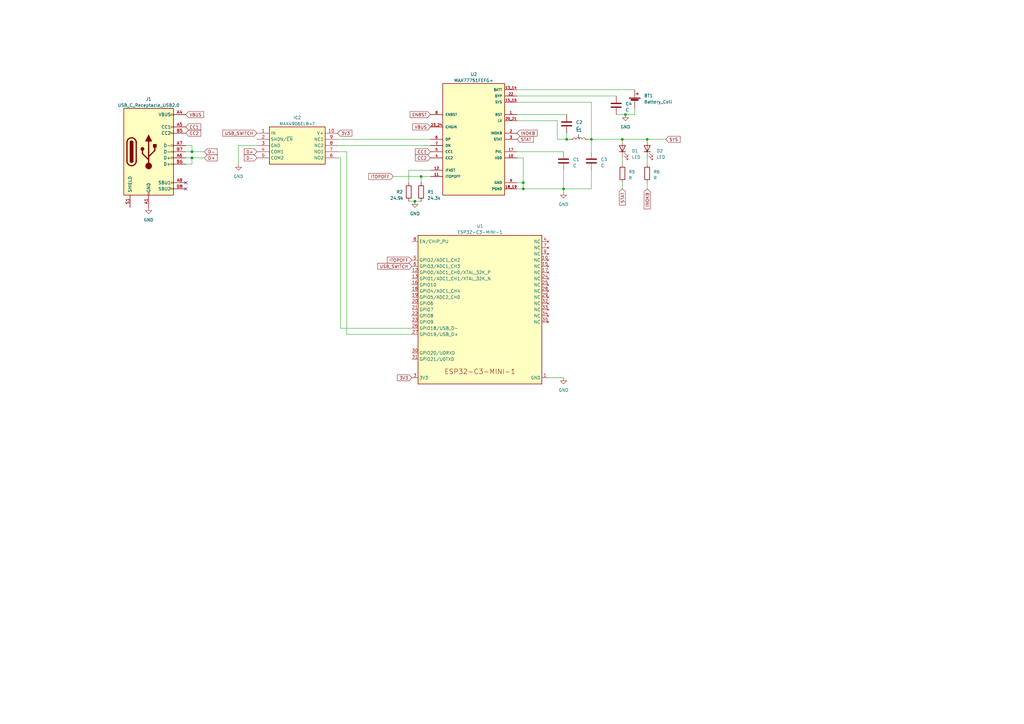
<source format=kicad_sch>
(kicad_sch (version 20230121) (generator eeschema)
  (paper "A3")
  (lib_symbols
    (symbol "Connector:USB_C_Receptacle_USB2.0" (pin_names (offset 1.016))
      (property "Reference" "J" (at -10.16 19.05 0))
      (property "Value" "USB_C_Receptacle_USB2.0" (at 19.05 19.05 0))
      (symbol "USB_C_Receptacle_USB2.0_0_0"
        (rectangle (start -0.254 -17.78) (end 0.254 -16.764))
        (rectangle (start 10.16 -14.986) (end 9.144 -15.494))
        (rectangle (start 10.16 -12.446) (end 9.144 -12.954))
        (rectangle (start 10.16 -4.826) (end 9.144 -5.334))
        (rectangle (start 10.16 -2.286) (end 9.144 -2.794))
        (rectangle (start 10.16 0.254) (end 9.144 -0.254))
        (rectangle (start 10.16 2.794) (end 9.144 2.286))
        (rectangle (start 10.16 7.874) (end 9.144 7.366))
        (rectangle (start 10.16 10.414) (end 9.144 9.906))
        (rectangle (start 10.16 15.494) (end 9.144 14.986))
      )
      (symbol "USB_C_Receptacle_USB2.0_0_1"
        (rectangle (start -10.16 17.78) (end 10.16 -17.78) (stroke (width 0.254)) (fill (type background)))
        (arc (start -8.89 -3.81) (mid -6.985 -5.7067) (end -5.08 -3.81) (stroke (width 0.508)))
        (arc (start -7.62 -3.81) (mid -6.985 -4.4423) (end -6.35 -3.81) (stroke (width 0.254)))
        (arc (start -7.62 -3.81) (mid -6.985 -4.4423) (end -6.35 -3.81) (stroke (width 0.254)) (fill (type outline)))
        (rectangle (start -7.62 -3.81) (end -6.35 3.81) (stroke (width 0.254)) (fill (type outline)))
        (arc (start -6.35 3.81) (mid -6.985 4.4423) (end -7.62 3.81) (stroke (width 0.254)))
        (arc (start -6.35 3.81) (mid -6.985 4.4423) (end -7.62 3.81) (stroke (width 0.254)) (fill (type outline)))
        (arc (start -5.08 3.81) (mid -6.985 5.7067) (end -8.89 3.81) (stroke (width 0.508)))
        (circle (center -2.54 1.143) (radius 0.635) (stroke (width 0.254)) (fill (type outline)))
        (circle (center 0 -5.842) (radius 1.27) (fill (type outline)))
        (polyline (pts (xy -8.89 -3.81) (xy -8.89 3.81)) (stroke (width 0.508)))
        (polyline (pts (xy -5.08 3.81) (xy -5.08 -3.81)) (stroke (width 0.508)))
        (polyline (pts (xy 0 -5.842) (xy 0 4.318)) (stroke (width 0.508)))
        (polyline (pts (xy 0 -3.302) (xy -2.54 -0.762) (xy -2.54 0.508)) (stroke (width 0.508)))
        (polyline (pts (xy 0 -2.032) (xy 2.54 0.508) (xy 2.54 1.778)) (stroke (width 0.508)))
        (polyline (pts (xy -1.27 4.318) (xy 0 6.858) (xy 1.27 4.318) (xy -1.27 4.318)) (stroke (width 0.254)) (fill (type outline)))
        (rectangle (start 1.905 1.778) (end 3.175 3.048) (stroke (width 0.254)) (fill (type outline)))
      )
      (symbol "USB_C_Receptacle_USB2.0_1_1"
        (pin passive line (at 0 -22.86 90) (length 5.08) (name "GND") (number "A1"))
        (pin passive line (at 0 -22.86 90) (length 5.08) hide (name "GND") (number "A12"))
        (pin passive line (at 15.24 15.24 180) (length 5.08) (name "VBUS") (number "A4"))
        (pin bidirectional line (at 15.24 10.16 180) (length 5.08) (name "CC1") (number "A5"))
        (pin bidirectional line (at 15.24 -2.54 180) (length 5.08) (name "D+") (number "A6"))
        (pin bidirectional line (at 15.24 2.54 180) (length 5.08) (name "D-") (number "A7"))
        (pin bidirectional line (at 15.24 -12.7 180) (length 5.08) (name "SBU1") (number "A8"))
        (pin passive line (at 15.24 15.24 180) (length 5.08) hide (name "VBUS") (number "A9"))
        (pin passive line (at 0 -22.86 90) (length 5.08) hide (name "GND") (number "B1"))
        (pin passive line (at 0 -22.86 90) (length 5.08) hide (name "GND") (number "B12"))
        (pin passive line (at 15.24 15.24 180) (length 5.08) hide (name "VBUS") (number "B4"))
        (pin bidirectional line (at 15.24 7.62 180) (length 5.08) (name "CC2") (number "B5"))
        (pin bidirectional line (at 15.24 -5.08 180) (length 5.08) (name "D+") (number "B6"))
        (pin bidirectional line (at 15.24 0 180) (length 5.08) (name "D-") (number "B7"))
        (pin bidirectional line (at 15.24 -15.24 180) (length 5.08) (name "SBU2") (number "B8"))
        (pin passive line (at 15.24 15.24 180) (length 5.08) hide (name "VBUS") (number "B9"))
        (pin passive line (at -7.62 -22.86 90) (length 5.08) (name "SHIELD") (number "S1"))
      )
    )
    (symbol "Device:Battery_Cell" (pin_numbers hide) (pin_names (offset 0) hide)
      (property "Reference" "BT" (at 2.54 2.54 0))
      (property "Value" "Battery_Cell" (at 2.54 0 0))
      (symbol "Battery_Cell_0_1"
        (rectangle (start -2.286 1.778) (end 2.286 1.524) (fill (type outline)))
        (rectangle (start -1.5748 1.1938) (end 1.4732 0.6858) (fill (type outline)))
        (polyline (pts (xy 0 0.762) (xy 0 0)))
        (polyline (pts (xy 0 1.778) (xy 0 2.54)))
        (polyline (pts (xy 0.508 3.429) (xy 1.524 3.429)) (stroke (width 0.254)))
        (polyline (pts (xy 1.016 3.937) (xy 1.016 2.921)) (stroke (width 0.254)))
      )
      (symbol "Battery_Cell_1_1"
        (pin passive line (at 0 5.08 270) (length 2.54) (name "+") (number "1"))
        (pin passive line (at 0 -2.54 90) (length 2.54) (name "-") (number "2"))
      )
    )
    (symbol "Device:C" (pin_numbers hide) (pin_names (offset 0.254))
      (property "Reference" "C" (at 0.635 2.54 0))
      (property "Value" "C" (at 0.635 -2.54 0))
      (symbol "C_0_1"
        (polyline (pts (xy -2.032 -0.762) (xy 2.032 -0.762)) (stroke (width 0.508)))
        (polyline (pts (xy -2.032 0.762) (xy 2.032 0.762)) (stroke (width 0.508)))
      )
      (symbol "C_1_1"
        (pin passive line (at 0 3.81 270) (length 2.794) (name "~") (number "1"))
        (pin passive line (at 0 -3.81 90) (length 2.794) (name "~") (number "2"))
      )
    )
    (symbol "Device:L" (pin_numbers hide) (pin_names (offset 1.016) hide)
      (property "Reference" "L" (at -1.27 0 90))
      (property "Value" "L" (at 1.905 0 90))
      (symbol "L_0_1"
        (arc (start 0 -2.54) (mid 0.6323 -1.905) (end 0 -1.27))
        (arc (start 0 -1.27) (mid 0.6323 -0.635) (end 0 0))
        (arc (start 0 0) (mid 0.6323 0.635) (end 0 1.27))
        (arc (start 0 1.27) (mid 0.6323 1.905) (end 0 2.54))
      )
      (symbol "L_1_1"
        (pin passive line (at 0 3.81 270) (length 1.27) (name "1") (number "1"))
        (pin passive line (at 0 -3.81 90) (length 1.27) (name "2") (number "2"))
      )
    )
    (symbol "Device:LED" (pin_numbers hide) (pin_names (offset 1.016) hide)
      (property "Reference" "D" (at 0 2.54 0))
      (property "Value" "LED" (at 0 -2.54 0))
      (symbol "LED_0_1"
        (polyline (pts (xy -1.27 -1.27) (xy -1.27 1.27)) (stroke (width 0.254)))
        (polyline (pts (xy -1.27 0) (xy 1.27 0)))
        (polyline (pts (xy 1.27 -1.27) (xy 1.27 1.27) (xy -1.27 0) (xy 1.27 -1.27)) (stroke (width 0.254)))
        (polyline (pts (xy -3.048 -0.762) (xy -4.572 -2.286) (xy -3.81 -2.286) (xy -4.572 -2.286) (xy -4.572 -1.524)))
        (polyline (pts (xy -1.778 -0.762) (xy -3.302 -2.286) (xy -2.54 -2.286) (xy -3.302 -2.286) (xy -3.302 -1.524)))
      )
      (symbol "LED_1_1"
        (pin passive line (at -3.81 0 0) (length 2.54) (name "K") (number "1"))
        (pin passive line (at 3.81 0 180) (length 2.54) (name "A") (number "2"))
      )
    )
    (symbol "Device:R" (pin_numbers hide) (pin_names (offset 0))
      (property "Reference" "R" (at 2.032 0 90))
      (property "Value" "R" (at 0 0 90))
      (symbol "R_0_1"
        (rectangle (start -1.016 -2.54) (end 1.016 2.54) (stroke (width 0.254)))
      )
      (symbol "R_1_1"
        (pin passive line (at 0 3.81 270) (length 1.27) (name "~") (number "1"))
        (pin passive line (at 0 -3.81 90) (length 1.27) (name "~") (number "2"))
      )
    )
    (symbol "Espressif:ESP32-C3-MINI-1"
      (property "Reference" "U" (at -25.4 35.56 0))
      (property "Value" "ESP32-C3-MINI-1" (at -25.4 33.02 0))
      (symbol "ESP32-C3-MINI-1_0_0"
        (text "ESP32-C3-MINI-1" (at 0 -25.4 0) (effects (font (size 2 2))))
      )
      (symbol "ESP32-C3-MINI-1_0_1"
        (rectangle (start -25.4 30.48) (end 25.4 -30.48) (stroke (width 0.254)) (fill (type background)))
      )
      (symbol "ESP32-C3-MINI-1_1_1"
        (pin power_in line (at 27.94 -27.94 180) (length 2.54) (name "GND") (number "1"))
        (pin no_connect line (at 27.94 20.32 180) (length 2.54) (name "NC") (number "10"))
        (pin bidirectional line (at -27.94 15.24 0) (length 2.54) (name "GPIO0/ADC1_CH0/XTAL_32K_P") (number "12"))
        (pin bidirectional line (at -27.94 12.7 0) (length 2.54) (name "GPIO1/ADC1_CH1/XTAL_32K_N") (number "13"))
        (pin no_connect line (at 27.94 17.78 180) (length 2.54) (name "NC") (number "15"))
        (pin bidirectional line (at -27.94 10.16 0) (length 2.54) (name "GPIO10") (number "16"))
        (pin no_connect line (at 27.94 15.24 180) (length 2.54) (name "NC") (number "17"))
        (pin bidirectional line (at -27.94 7.62 0) (length 2.54) (name "GPIO4/ADC1_CH4") (number "18"))
        (pin bidirectional line (at -27.94 5.08 0) (length 2.54) (name "GPIO5/ADC2_CH0") (number "19"))
        (pin passive line (at 27.94 -27.94 180) (length 2.54) hide (name "GND") (number "2"))
        (pin bidirectional line (at -27.94 2.54 0) (length 2.54) (name "GPIO6") (number "20"))
        (pin bidirectional line (at -27.94 0 0) (length 2.54) (name "GPIO7") (number "21"))
        (pin bidirectional line (at -27.94 -2.54 0) (length 2.54) (name "GPIO8") (number "22"))
        (pin bidirectional line (at -27.94 -5.08 0) (length 2.54) (name "GPIO9") (number "23"))
        (pin no_connect line (at 27.94 12.7 180) (length 2.54) (name "NC") (number "24"))
        (pin no_connect line (at 27.94 10.16 180) (length 2.54) (name "NC") (number "25"))
        (pin bidirectional line (at -27.94 -7.62 0) (length 2.54) (name "GPIO18/USB_D-") (number "26"))
        (pin bidirectional line (at -27.94 -10.16 0) (length 2.54) (name "GPIO19/USB_D+") (number "27"))
        (pin no_connect line (at 27.94 7.62 180) (length 2.54) (name "NC") (number "28"))
        (pin no_connect line (at 27.94 5.08 180) (length 2.54) (name "NC") (number "29"))
        (pin power_in line (at -27.94 -27.94 0) (length 2.54) (name "3V3") (number "3"))
        (pin bidirectional line (at -27.94 -17.78 0) (length 2.54) (name "GPIO20/U0RXD") (number "30"))
        (pin bidirectional line (at -27.94 -20.32 0) (length 2.54) (name "GPIO21/U0TXD") (number "31"))
        (pin no_connect line (at 27.94 2.54 180) (length 2.54) (name "NC") (number "32"))
        (pin no_connect line (at 27.94 0 180) (length 2.54) (name "NC") (number "33"))
        (pin no_connect line (at 27.94 -2.54 180) (length 2.54) (name "NC") (number "34"))
        (pin no_connect line (at 27.94 -5.08 180) (length 2.54) (name "NC") (number "35"))
        (pin passive line (at 27.94 -27.94 180) (length 2.54) hide (name "GND") (number "36"))
        (pin passive line (at 27.94 -27.94 180) (length 2.54) hide (name "GND") (number "37"))
        (pin passive line (at 27.94 -27.94 180) (length 2.54) hide (name "GND") (number "38"))
        (pin passive line (at 27.94 -27.94 180) (length 2.54) hide (name "GND") (number "39"))
        (pin no_connect line (at 27.94 27.94 180) (length 2.54) (name "NC") (number "4"))
        (pin passive line (at 27.94 -27.94 180) (length 2.54) hide (name "GND") (number "40"))
        (pin passive line (at 27.94 -27.94 180) (length 2.54) hide (name "GND") (number "41"))
        (pin passive line (at 27.94 -27.94 180) (length 2.54) hide (name "GND") (number "42"))
        (pin passive line (at 27.94 -27.94 180) (length 2.54) hide (name "GND") (number "43"))
        (pin passive line (at 27.94 -27.94 180) (length 2.54) hide (name "GND") (number "44"))
        (pin passive line (at 27.94 -27.94 180) (length 2.54) hide (name "GND") (number "45"))
        (pin passive line (at 27.94 -27.94 180) (length 2.54) hide (name "GND") (number "46"))
        (pin passive line (at 27.94 -27.94 180) (length 2.54) hide (name "GND") (number "47"))
        (pin passive line (at 27.94 -27.94 180) (length 2.54) hide (name "GND") (number "48"))
        (pin passive line (at 27.94 -27.94 180) (length 2.54) hide (name "GND") (number "49"))
        (pin bidirectional line (at -27.94 20.32 0) (length 2.54) (name "GPIO2/ADC1_CH2") (number "5"))
        (pin passive line (at 27.94 -27.94 180) (length 2.54) hide (name "GND") (number "50"))
        (pin passive line (at 27.94 -27.94 180) (length 2.54) hide (name "GND") (number "51"))
        (pin passive line (at 27.94 -27.94 180) (length 2.54) hide (name "GND") (number "52"))
        (pin passive line (at 27.94 -27.94 180) (length 2.54) hide (name "GND") (number "53"))
        (pin bidirectional line (at -27.94 17.78 0) (length 2.54) (name "GPIO3/ADC1_CH3") (number "6"))
        (pin no_connect line (at 27.94 25.4 180) (length 2.54) (name "NC") (number "7"))
        (pin input line (at -27.94 27.94 0) (length 2.54) (name "EN/CHIP_PU") (number "8"))
        (pin no_connect line (at 27.94 22.86 180) (length 2.54) (name "NC") (number "9"))
      )
    )
    (symbol "MAX4906ELB+T:MAX4906ELB+T"
      (property "Reference" "IC" (at 29.21 7.62 0))
      (property "Value" "MAX4906ELB+T" (at 29.21 5.08 0))
      (symbol "MAX4906ELB+T_1_1"
        (rectangle (start 5.08 2.54) (end 27.94 -12.7) (stroke (width 0.254)) (fill (type background)))
        (pin passive line (at 0 0 0) (length 5.08) (name "IN") (number "1"))
        (pin passive line (at 33.02 0 180) (length 5.08) (name "V+") (number "10"))
        (pin passive line (at 0 -2.54 0) (length 5.08) (name "SHDN/~{EN}") (number "2"))
        (pin passive line (at 0 -5.08 0) (length 5.08) (name "GND") (number "3"))
        (pin passive line (at 0 -7.62 0) (length 5.08) (name "COM1") (number "4"))
        (pin passive line (at 0 -10.16 0) (length 5.08) (name "COM2") (number "5"))
        (pin passive line (at 33.02 -10.16 180) (length 5.08) (name "NO2") (number "6"))
        (pin passive line (at 33.02 -7.62 180) (length 5.08) (name "NO1") (number "7"))
        (pin passive line (at 33.02 -5.08 180) (length 5.08) (name "NC2") (number "8"))
        (pin passive line (at 33.02 -2.54 180) (length 5.08) (name "NC1") (number "9"))
      )
    )
    (symbol "MAX77751FEFG_:MAX77751FEFG+" (pin_names (offset 1.016))
      (property "Reference" "U" (at -12.7 23.86 0))
      (property "Value" "MAX77751FEFG+" (at -12.7 -25.4 0))
      (symbol "MAX77751FEFG+_0_0"
        (rectangle (start -12.7 -22.86) (end 12.7 22.86) (stroke (width 0.254)) (fill (type background)))
        (pin passive line (at 17.78 10.16 180) (length 5.08) (name "BST") (number "1"))
        (pin output line (at 17.78 -7.62 180) (length 5.08) (name "VDD") (number "10"))
        (pin passive line (at -17.78 -15.24 0) (length 5.08) (name "ITOPOFF") (number "11"))
        (pin passive line (at -17.78 -12.7 0) (length 5.08) (name "IFAST") (number "12"))
        (pin power_in line (at 17.78 20.32 180) (length 5.08) (name "BATT") (number "13_14"))
        (pin power_in line (at 17.78 15.24 180) (length 5.08) (name "SYS") (number "15_16"))
        (pin output line (at 17.78 -5.08 180) (length 5.08) (name "PVL") (number "17"))
        (pin power_in line (at 17.78 -20.32 180) (length 5.08) (name "PGND") (number "18_19"))
        (pin output line (at 17.78 2.54 180) (length 5.08) (name "INOKB") (number "2"))
        (pin passive line (at 17.78 7.62 180) (length 5.08) (name "LX") (number "20_21"))
        (pin power_in line (at 17.78 17.78 180) (length 5.08) (name "BYP") (number "22"))
        (pin input line (at -17.78 5.08 0) (length 5.08) (name "CHGIN") (number "23_24"))
        (pin output line (at 17.78 0 180) (length 5.08) (name "STAT") (number "3"))
        (pin bidirectional line (at -17.78 -7.62 0) (length 5.08) (name "CC2") (number "4"))
        (pin bidirectional line (at -17.78 -5.08 0) (length 5.08) (name "CC1") (number "5"))
        (pin bidirectional line (at -17.78 0 0) (length 5.08) (name "DP") (number "6"))
        (pin bidirectional line (at -17.78 -2.54 0) (length 5.08) (name "DN") (number "7"))
        (pin input line (at -17.78 10.16 0) (length 5.08) (name "ENBST") (number "8"))
        (pin power_in line (at 17.78 -17.78 180) (length 5.08) (name "GND") (number "9"))
      )
    )
    (symbol "power:GND" (power) (pin_names (offset 0))
      (property "Value" "GND" (at 0 -3.81 0))
      (symbol "GND_0_1"
        (polyline (pts (xy 0 0) (xy 0 -1.27) (xy 1.27 -1.27) (xy 0 -2.54) (xy -1.27 -1.27) (xy 0 -1.27)))
      )
      (symbol "GND_1_1"
        (pin power_in line (at 0 0 270) (length 0) hide (name "GND") (number "1"))
      )
    )
  )
  (junction (at 78.74 62.23))
  (junction (at 172.72 72.39))
  (junction (at 214.63 77.47))
  (junction (at 214.63 74.93))
  (junction (at 232.41 57.15))
  (junction (at 78.74 64.77))
  (junction (at 231.14 77.47))
  (junction (at 255.27 57.15))
  (junction (at 265.43 57.15))
  (junction (at 170.18 82.55))
  (junction (at 256.54 46.99))
  (junction (at 242.57 57.15))
  (no_connect (at 76.2 77.47))
  (no_connect (at 76.2 74.93))
  (wire (pts (xy 139.7 134.62) (xy 168.91 134.62)))
  (wire (pts (xy 214.63 77.47) (xy 214.63 74.93)))
  (wire (pts (xy 255.27 67.31) (xy 255.27 64.77)))
  (wire (pts (xy 242.57 69.85) (xy 242.57 77.47)))
  (wire (pts (xy 212.09 41.91) (xy 242.57 41.91)))
  (wire (pts (xy 252.73 46.99) (xy 256.54 46.99)))
  (wire (pts (xy 212.09 49.53) (xy 228.6 49.53)))
  (wire (pts (xy 212.09 62.23) (xy 231.14 62.23)))
  (wire (pts (xy 142.24 62.23) (xy 142.24 137.16)))
  (wire (pts (xy 167.64 74.93) (xy 167.64 69.85)))
  (wire (pts (xy 138.43 62.23) (xy 142.24 62.23)))
  (wire (pts (xy 138.43 59.69) (xy 176.53 59.69)))
  (wire (pts (xy 242.57 57.15) (xy 255.27 57.15)))
  (wire (pts (xy 231.14 77.47) (xy 231.14 69.85)))
  (wire (pts (xy 97.79 59.69) (xy 97.79 67.31)))
  (wire (pts (xy 242.57 41.91) (xy 242.57 57.15)))
  (wire (pts (xy 265.43 74.93) (xy 265.43 77.47)))
  (wire (pts (xy 212.09 39.37) (xy 252.73 39.37)))
  (wire (pts (xy 76.2 64.77) (xy 78.74 64.77)))
  (wire (pts (xy 228.6 57.15) (xy 232.41 57.15)))
  (wire (pts (xy 105.41 59.69) (xy 97.79 59.69)))
  (wire (pts (xy 232.41 54.61) (xy 232.41 57.15)))
  (wire (pts (xy 232.41 57.15) (xy 233.68 57.15)))
  (wire (pts (xy 265.43 57.15) (xy 273.05 57.15)))
  (wire (pts (xy 255.27 74.93) (xy 255.27 77.47)))
  (wire (pts (xy 212.09 36.83) (xy 260.35 36.83)))
  (wire (pts (xy 265.43 67.31) (xy 265.43 64.77)))
  (wire (pts (xy 142.24 137.16) (xy 168.91 137.16)))
  (wire (pts (xy 76.2 62.23) (xy 78.74 62.23)))
  (wire (pts (xy 228.6 49.53) (xy 228.6 57.15)))
  (wire (pts (xy 76.2 67.31) (xy 78.74 67.31)))
  (wire (pts (xy 242.57 77.47) (xy 231.14 77.47)))
  (wire (pts (xy 172.72 72.39) (xy 172.72 74.93)))
  (wire (pts (xy 139.7 134.62) (xy 139.7 64.77)))
  (wire (pts (xy 167.64 82.55) (xy 170.18 82.55)))
  (wire (pts (xy 78.74 64.77) (xy 83.82 64.77)))
  (wire (pts (xy 255.27 57.15) (xy 265.43 57.15)))
  (wire (pts (xy 242.57 57.15) (xy 242.57 62.23)))
  (wire (pts (xy 139.7 64.77) (xy 138.43 64.77)))
  (wire (pts (xy 138.43 57.15) (xy 176.53 57.15)))
  (wire (pts (xy 214.63 77.47) (xy 231.14 77.47)))
  (wire (pts (xy 167.64 69.85) (xy 176.53 69.85)))
  (wire (pts (xy 214.63 64.77) (xy 214.63 74.93)))
  (wire (pts (xy 260.35 46.99) (xy 260.35 44.45)))
  (wire (pts (xy 170.18 82.55) (xy 172.72 82.55)))
  (wire (pts (xy 212.09 46.99) (xy 232.41 46.99)))
  (wire (pts (xy 212.09 74.93) (xy 214.63 74.93)))
  (wire (pts (xy 161.29 72.39) (xy 172.72 72.39)))
  (wire (pts (xy 212.09 77.47) (xy 214.63 77.47)))
  (wire (pts (xy 231.14 78.74) (xy 231.14 77.47)))
  (wire (pts (xy 172.72 72.39) (xy 176.53 72.39)))
  (wire (pts (xy 78.74 67.31) (xy 78.74 64.77)))
  (wire (pts (xy 212.09 64.77) (xy 214.63 64.77)))
  (wire (pts (xy 224.79 154.94) (xy 231.14 154.94)))
  (wire (pts (xy 78.74 59.69) (xy 78.74 62.23)))
  (wire (pts (xy 76.2 59.69) (xy 78.74 59.69)))
  (wire (pts (xy 78.74 62.23) (xy 83.82 62.23)))
  (wire (pts (xy 241.3 57.15) (xy 242.57 57.15)))
  (wire (pts (xy 256.54 46.99) (xy 260.35 46.99)))
  (global_label "D+" (shape input) (at 105.41 62.23 180) (property "Intersheetrefs" "${INTERSHEET_REFS}" (effects hide)))
  (global_label "ITOPOFF" (shape input) (at 168.91 106.68 180) (property "Intersheetrefs" "${INTERSHEET_REFS}" (effects hide)))
  (global_label "D-" (shape input) (at 83.82 62.23 0) (property "Intersheetrefs" "${INTERSHEET_REFS}" (effects hide)))
  (global_label "STAT" (shape input) (at 212.09 57.15 0) (property "Intersheetrefs" "${INTERSHEET_REFS}" (effects hide)))
  (global_label "CC1" (shape input) (at 176.53 62.23 180) (property "Intersheetrefs" "${INTERSHEET_REFS}" (effects hide)))
  (global_label "CC2" (shape input) (at 76.2 54.61 0) (property "Intersheetrefs" "${INTERSHEET_REFS}" (effects hide)))
  (global_label "D+" (shape input) (at 83.82 64.77 0) (property "Intersheetrefs" "${INTERSHEET_REFS}" (effects hide)))
  (global_label "SYS" (shape input) (at 273.05 57.15 0) (property "Intersheetrefs" "${INTERSHEET_REFS}" (effects hide)))
  (global_label "CC2" (shape input) (at 176.53 64.77 180) (property "Intersheetrefs" "${INTERSHEET_REFS}" (effects hide)))
  (global_label "VBUS" (shape input) (at 76.2 46.99 0) (property "Intersheetrefs" "${INTERSHEET_REFS}" (effects hide)))
  (global_label "STAT" (shape input) (at 255.27 77.47 270) (property "Intersheetrefs" "${INTERSHEET_REFS}" (effects hide)))
  (global_label "USB_SWITCH" (shape input) (at 168.91 109.22 180) (property "Intersheetrefs" "${INTERSHEET_REFS}" (effects hide)))
  (global_label "D-" (shape input) (at 105.41 64.77 180) (property "Intersheetrefs" "${INTERSHEET_REFS}" (effects hide)))
  (global_label "USB_SWITCH" (shape input) (at 105.41 54.61 180) (property "Intersheetrefs" "${INTERSHEET_REFS}" (effects hide)))
  (global_label "VBUS" (shape input) (at 176.53 52.07 180) (property "Intersheetrefs" "${INTERSHEET_REFS}" (effects hide)))
  (global_label "3V3" (shape input) (at 138.43 54.61 0) (property "Intersheetrefs" "${INTERSHEET_REFS}" (effects hide)))
  (global_label "INOKB" (shape input) (at 212.09 54.61 0) (property "Intersheetrefs" "${INTERSHEET_REFS}" (effects hide)))
  (global_label "ITOPOFF" (shape input) (at 161.29 72.39 180) (property "Intersheetrefs" "${INTERSHEET_REFS}" (effects hide)))
  (global_label "CC1" (shape input) (at 76.2 52.07 0) (property "Intersheetrefs" "${INTERSHEET_REFS}" (effects hide)))
  (global_label "INOKB" (shape input) (at 265.43 77.47 270) (property "Intersheetrefs" "${INTERSHEET_REFS}" (effects hide)))
  (global_label "ENBST" (shape input) (at 176.53 46.99 180) (property "Intersheetrefs" "${INTERSHEET_REFS}" (effects hide)))
  (global_label "3V3" (shape input) (at 168.91 154.94 180) (property "Intersheetrefs" "${INTERSHEET_REFS}" (effects hide)))
  (symbol (lib_id "Device:LED") (at 255.27 60.96 90) (unit 1)
    (property "Reference" "D1" (at 259.08 61.9125 90) (effects (justify right)))
    (property "Value" "LED" (at 259.08 64.4525 90) (effects (justify right)))
  )
  (symbol (lib_id "Device:R") (at 172.72 78.74 0) (unit 1)
    (property "Reference" "R1" (at 175.26 78.74 0) (effects (justify left)))
    (property "Value" "24.3k" (at 175.26 81.28 0) (effects (justify left)))
  )
  (symbol (lib_id "power:GND") (at 231.14 78.74 0) (unit 1)
    (property "Reference" "#PWR02" (effects hide))
    (property "Value" "GND" (at 231.14 83.82 0))
  )
  (symbol (lib_id "power:GND") (at 170.18 82.55 0) (unit 1)
    (property "Reference" "#PWR06" (effects hide))
    (property "Value" "GND" (at 170.18 87.63 0))
  )
  (symbol (lib_id "Device:R") (at 265.43 71.12 0) (unit 1)
    (property "Reference" "R6" (at 267.97 70.485 0) (effects (justify left)))
    (property "Value" "R" (at 267.97 73.025 0) (effects (justify left)))
  )
  (symbol (lib_id "Device:LED") (at 265.43 60.96 90) (unit 1)
    (property "Reference" "D2" (at 269.24 61.9125 90) (effects (justify right)))
    (property "Value" "LED" (at 269.24 64.4525 90) (effects (justify right)))
  )
  (symbol (lib_id "power:GND") (at 231.14 154.94 0) (unit 1)
    (property "Reference" "#PWR05" (effects hide))
    (property "Value" "GND" (at 231.14 160.02 0))
  )
  (symbol (lib_id "Device:C") (at 252.73 43.18 0) (unit 1)
    (property "Reference" "C4" (at 256.54 42.545 0) (effects (justify left)))
    (property "Value" "C" (at 256.54 45.085 0) (effects (justify left)))
  )
  (symbol (lib_id "power:GND") (at 60.96 85.09 0) (unit 1)
    (property "Reference" "#PWR03" (effects hide))
    (property "Value" "GND" (at 60.96 90.17 0))
  )
  (symbol (lib_id "Device:C") (at 231.14 66.04 0) (unit 1)
    (property "Reference" "C1" (at 234.95 65.405 0) (effects (justify left)))
    (property "Value" "C" (at 234.95 67.945 0) (effects (justify left)))
  )
  (symbol (lib_id "power:GND") (at 97.79 67.31 0) (unit 1)
    (property "Reference" "#PWR04" (effects hide))
    (property "Value" "GND" (at 97.79 72.39 0))
  )
  (symbol (lib_id "Device:R") (at 255.27 71.12 0) (unit 1)
    (property "Reference" "R5" (at 257.81 70.485 0) (effects (justify left)))
    (property "Value" "R" (at 257.81 73.025 0) (effects (justify left)))
  )
  (symbol (lib_id "MAX4906ELB+T:MAX4906ELB+T") (at 105.41 54.61 0) (unit 1)
    (property "Reference" "IC2" (at 121.92 48.26 0))
    (property "Value" "MAX4906ELB+T" (at 121.92 50.8 0))
    (property "Footprint" "MAX4906ELBT" (effects hide))
    (property "Datasheet" "https://datasheets.maximintegrated.com/en/ds/MAX4906-MAX4907F.pdf" (effects hide))
    (property "Height" "0.8" (effects hide))
    (property "Mouser Part Number" "700-MAX4906ELB+T" (effects hide))
    (property "Mouser Price/Stock" "https://www.mouser.co.uk/ProductDetail/Maxim-Integrated/MAX4906ELB%2bT?qs=LbY2dft4ljBOvzcplaBy8w%3D%3D" (effects hide))
    (property "Manufacturer_Name" "Analog Devices" (effects hide))
    (property "Manufacturer_Part_Number" "MAX4906ELB+T" (effects hide))
  )
  (symbol (lib_id "Device:C") (at 242.57 66.04 0) (unit 1)
    (property "Reference" "C3" (at 246.38 65.405 0) (effects (justify left)))
    (property "Value" "C" (at 246.38 67.945 0) (effects (justify left)))
  )
  (symbol (lib_id "power:GND") (at 256.54 46.99 0) (unit 1)
    (property "Reference" "#PWR01" (effects hide))
    (property "Value" "GND" (at 256.54 52.07 0))
  )
  (symbol (lib_id "Device:C") (at 232.41 50.8 0) (unit 1)
    (property "Reference" "C2" (at 236.22 50.165 0) (effects (justify left)))
    (property "Value" "C" (at 236.22 52.705 0) (effects (justify left)))
  )
  (symbol (lib_id "Device:Battery_Cell") (at 260.35 41.91 0) (unit 1)
    (property "Reference" "BT1" (at 264.16 39.243 0) (effects (justify left)))
    (property "Value" "Battery_Cell" (at 264.16 41.783 0) (effects (justify left)))
  )
  (symbol (lib_id "Espressif:ESP32-C3-MINI-1") (at 196.85 127 0) (unit 1)
    (property "Reference" "U1" (at 196.85 92.71 0))
    (property "Value" "ESP32-C3-MINI-1" (at 196.85 95.25 0))
    (property "Footprint" "Espressif:ESP32-C3-MINI-1" (effects hide))
    (property "Datasheet" "https://www.espressif.com/sites/default/files/documentation/esp32-c3-mini-1_datasheet_en.pdf" (effects hide))
  )
  (symbol (lib_id "MAX77751FEFG_:MAX77751FEFG+") (at 194.31 57.15 0) (unit 1)
    (property "Reference" "U2" (at 194.31 30.48 0))
    (property "Value" "MAX77751FEFG+" (at 194.31 33.02 0))
    (property "Footprint" "IC_MAX77751FEFG+" (effects hide))
    (property "MAXIMUM_PACKAGE_HEIGHT" "0.6 mm" (effects hide))
    (property "PARTREV" "4" (effects hide))
    (property "STANDARD" "Manufacturer Recommendations" (effects hide))
    (property "MANUFACTURER" "Maxim Integrated" (effects hide))
  )
  (symbol (lib_id "Device:R") (at 167.64 78.74 0) (unit 1)
    (property "Reference" "R2" (at 162.56 78.74 0) (effects (justify left)))
    (property "Value" "24.9k" (at 160.02 81.28 0) (effects (justify left)))
  )
  (symbol (lib_id "Connector:USB_C_Receptacle_USB2.0") (at 60.96 62.23 0) (unit 1)
    (property "Reference" "J1" (at 60.96 40.64 0))
    (property "Value" "USB_C_Receptacle_USB2.0" (at 60.96 43.18 0))
    (property "Datasheet" "https://www.usb.org/sites/default/files/documents/usb_type-c.zip" (effects hide))
  )
  (symbol (lib_id "Device:L") (at 237.49 57.15 90) (unit 1)
    (property "Reference" "L1" (at 237.49 53.34 90))
    (property "Value" "L" (at 237.49 55.88 90))
  )
)
</source>
